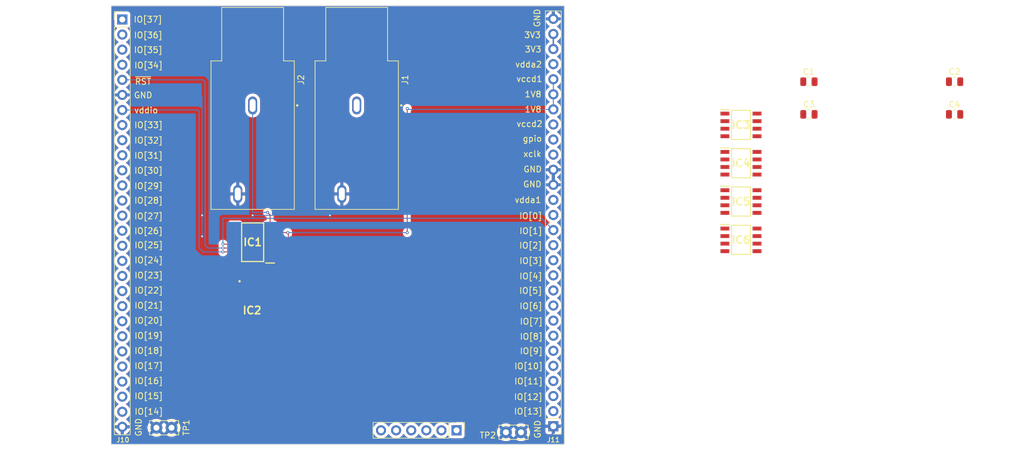
<source format=kicad_pcb>
(kicad_pcb (version 20240108) (generator "pcbnew") (generator_version "8.0")
  (layers (0 "F.Cu" signal) (31 "B.Cu" signal) (34 "B.Paste" user) (35 "F.Paste" user) (36 "B.SilkS" user "B.Silkscreen") (37 "F.SilkS" user "F.Silkscreen") (38 "B.Mask" user) (39 "F.Mask" user) (44 "Edge.Cuts" user))
  (net 0 "")
  (net 1 "GND")
  (net 2 "gpio")
  (net 3 "xclk")
  (net 4 "~{RST}")
  (net 5 "USB_SCK_TXD")
  (net 6 "USB_CS1")
  (net 7 "mprj_io[6]_ser_tx")
  (net 8 "mprj_io[5]_ser_rx")
  (net 9 "vdda2")
  (net 10 "vdda1")
  (net 11 "vccd2")
  (net 12 "mprj_io[13]")
  (net 13 "mprj_io[9]")
  (net 14 "mprj_io[8]")
  (net 15 "mprj_io[7]")
  (net 16 "mprj_io[33]")
  (net 17 "mprj_io[32]")
  (net 18 "mprj_io[31]")
  (net 19 "mprj_io[30]")
  (net 20 "mprj_io[28]")
  (net 21 "mprj_io[27]")
  (net 22 "mprj_io[26]")
  (net 23 "mprj_io[25]")
  (net 24 "mprj_io[24]")
  (net 25 "mprj_io[23]")
  (net 26 "mprj_io[22]")
  (net 27 "mprj_io[21]")
  (net 28 "mprj_io[29]")
  (net 29 "mprj_io[20]")
  (net 30 "mprj_io[19]")
  (net 31 "mprj_io[18]")
  (net 32 "mprj_io[17]")
  (net 33 "mprj_io[34]")
  (net 34 "mprj_io[35]")
  (net 35 "mprj_io[36]")
  (net 36 "mprj_io[37]")
  (net 37 "mprj_io[16]")
  (net 38 "mprj_io[15]")
  (net 39 "mprj_io[14]")
  (net 40 "mprj_io[12]")
  (net 41 "mprj_io[11]")
  (net 42 "mprj_io[10]")
  (net 43 "mprj_io[0]")
  (net 44 "vdda")
  (net 45 "+3.3V")
  (net 50 "vddio")
  (net 51 "~{MEM_WP}")
  (net 52 "~{MEM_HOLD}")
  (net 53 "Caravel_SCK")
  (net 54 "Caravel_D1")
  (net 55 "Caravel_D0")
  (net 56 "Caravel_CSB")
  (net 57 "vccd1")
  (net 58 "mprj_io[1]_SDO")
  (net 59 "mprj_io[2]_SDI")
  (net 60 "Net-(IC2-CH0)")
  (net 69 "Net-(IC1-VOUT6)")
  (footprint "TestPoint:TestPoint_Bridge_Pitch2.54mm_Drill1.0mm" (layer "F.Cu") (at 178.132807 133.020001 180)
    (property "Reference" "TP2" (at 5.588 -0.508 0) (layer "F.SilkS"))
    (property "Value" "TestPoint")
    (fp_line (start 3.7 1.2) (end 3.7 -1.2) (stroke (width 0.12)) (layer "F.SilkS"))
    (fp_line (start 3.7 -1.2) (end -1.2 -1.2) (stroke (width 0.12)) (layer "F.SilkS"))
    (fp_line (start -1.2 1.2) (end 3.7 1.2) (stroke (width 0.12)) (layer "F.SilkS"))
    (fp_line (start -1.2 -1.2) (end -1.2 1.2) (stroke (width 0.12)) (layer "F.SilkS"))
    (pad "1" thru_hole circle (at 0 0 180) (size 2 2) (drill 1) (layers "*.Cu" "*.Mask") (net 1 "GND"))
    (pad "1" thru_hole circle (at 2.54 0 180) (size 2 2) (drill 1) (layers "*.Cu" "*.Mask") (net 1 "GND"))
  )
  (footprint "SeniorDesign:SOIC127P600X175-8N" (layer "F.Cu") (at 215.125 94.175)
    (property "Reference" "IC5" (at 0 0 0) (layer "F.SilkS") (effects (font (size 1.27 1.27) (thickness 0.254))))
    (property "Value" "23K256T-I_SN" (hide yes))
    (fp_line (start -3.45 -2.58) (end -1.95 -2.58) (stroke (width 0.2)) (layer "F.SilkS"))
    (fp_line (start -1.6 -2.45) (end 1.6 -2.45) (stroke (width 0.2)) (layer "F.SilkS"))
    (fp_line (start -1.6 2.45) (end -1.6 -2.45) (stroke (width 0.2)) (layer "F.SilkS"))
    (fp_line (start 1.6 -2.45) (end 1.6 2.45) (stroke (width 0.2)) (layer "F.SilkS"))
    (fp_line (start 1.6 2.45) (end -1.6 2.45) (stroke (width 0.2)) (layer "F.SilkS"))
    (pad "1" smd rect (at -2.7 -1.905 90) (size 0.65 1.5) (layers "F.Cu" "F.Paste" "F.Mask") (net 56 "Caravel_CSB"))
    (pad "2" smd rect (at -2.7 -0.635 90) (size 0.65 1.5) (layers "F.Cu" "F.Paste" "F.Mask") (net 54 "Caravel_D1"))
    (pad "3" smd rect (at -2.7 0.635 90) (size 0.65 1.5) (layers "F.Cu" "F.Paste" "F.Mask"))
    (pad "4" smd rect (at -2.7 1.905 90) (size 0.65 1.5) (layers "F.Cu" "F.Paste" "F.Mask") (net 1 "GND"))
    (pad "5" smd rect (at 2.7 1.905 90) (size 0.65 1.5) (layers "F.Cu" "F.Paste" "F.Mask") (net 55 "Caravel_D0"))
    (pad "6" smd rect (at 2.7 0.635 90) (size 0.65 1.5) (layers "F.Cu" "F.Paste" "F.Mask") (net 53 "Caravel_SCK"))
    (pad "7" smd rect (at 2.7 -0.635 90) (size 0.65 1.5) (layers "F.Cu" "F.Paste" "F.Mask") (net 52 "~{MEM_HOLD}"))
    (pad "8" smd rect (at 2.7 -1.905 90) (size 0.65 1.5) (layers "F.Cu" "F.Paste" "F.Mask") (net 45 "+3.3V"))
  )
  (footprint "SeniorDesign:SOP65P640X120-20N" (layer "F.Cu") (at 133 101.0258 180)
    (property "Reference" "IC1" (at 0 0 180) (layer "F.SilkS") (effects (font (size 1.27 1.27) (thickness 0.254))))
    (property "Value" "AD5676BRUZ" (hide yes))
    (fp_line (start 1.85 3.25) (end -1.85 3.25) (stroke (width 0.2)) (layer "F.SilkS"))
    (fp_line (start 1.85 -3.25) (end 1.85 3.25) (stroke (width 0.2)) (layer "F.SilkS"))
    (fp_line (start -1.85 3.25) (end -1.85 -3.25) (stroke (width 0.2)) (layer "F.SilkS"))
    (fp_line (start -1.85 -3.25) (end 1.85 -3.25) (stroke (width 0.2)) (layer "F.SilkS"))
    (fp_line (start -3.675 -3.5) (end -2.2 -3.5) (stroke (width 0.2)) (layer "F.SilkS"))
    (pad "1" smd rect (at -2.938 -2.925 270) (size 0.45 1.475) (layers "F.Cu" "F.Paste" "F.Mask"))
    (pad "2" smd rect (at -2.938 -2.275 270) (size 0.45 1.475) (layers "F.Cu" "F.Paste" "F.Mask"))
    (pad "3" smd rect (at -2.938 -1.625 270) (size 0.45 1.475) (layers "F.Cu" "F.Paste" "F.Mask") (net 50 "vddio"))
    (pad "4" smd rect (at -2.938 -0.975 270) (size 0.45 1.475) (layers "F.Cu" "F.Paste" "F.Mask") (net 57 "vccd1"))
    (pad "5" smd rect (at -2.938 -0.325 270) (size 0.45 1.475) (layers "F.Cu" "F.Paste" "F.Mask") (net 1 "GND"))
    (pad "6" smd rect (at -2.938 0.325 270) (size 0.45 1.475) (layers "F.Cu" "F.Paste" "F.Mask") (net 53 "Caravel_SCK"))
    (pad "7" smd rect (at -2.938 0.975 270) (size 0.45 1.475) (layers "F.Cu" "F.Paste" "F.Mask") (net 59 "mprj_io[2]_SDI"))
    (pad "8" smd rect (at -2.938 1.625 270) (size 0.45 1.475) (layers "F.Cu" "F.Paste" "F.Mask") (net 57 "vccd1"))
    (pad "9" smd rect (at -2.938 2.275 270) (size 0.45 1.475) (layers "F.Cu" "F.Paste" "F.Mask"))
    (pad "10" smd rect (at -2.938 2.925 270) (size 0.45 1.475) (layers "F.Cu" "F.Paste" "F.Mask") (net 69 "Net-(IC1-VOUT6)"))
    (pad "11" smd rect (at 2.938 2.925 270) (size 0.45 1.475) (layers "F.Cu" "F.Paste" "F.Mask"))
    (pad "12" smd rect (at 2.938 2.275 270) (size 0.45 1.475) (layers "F.Cu" "F.Paste" "F.Mask"))
    (pad "13" smd rect (at 2.938 1.625 270) (size 0.45 1.475) (layers "F.Cu" "F.Paste" "F.Mask") (net 1 "GND"))
    (pad "14" smd rect (at 2.938 0.975 270) (size 0.45 1.475) (layers "F.Cu" "F.Paste" "F.Mask") (net 1 "GND"))
    (pad "15" smd rect (at 2.938 0.325 270) (size 0.45 1.475) (layers "F.Cu" "F.Paste" "F.Mask"))
    (pad "16" smd rect (at 2.938 -0.325 270) (size 0.45 1.475) (layers "F.Cu" "F.Paste" "F.Mask") (net 58 "mprj_io[1]_SDO"))
    (pad "17" smd rect (at 2.938 -0.975 270) (size 0.45 1.475) (layers "F.Cu" "F.Paste" "F.Mask") (net 4 "~{RST}"))
    (pad "18" smd rect (at 2.938 -1.625 270) (size 0.45 1.475) (layers "F.Cu" "F.Paste" "F.Mask") (net 50 "vddio"))
    (pad "19" smd rect (at 2.938 -2.275 270) (size 0.45 1.475) (layers "F.Cu" "F.Paste" "F.Mask"))
    (pad "20" smd rect (at 2.938 -2.925 270) (size 0.45 1.475) (layers "F.Cu" "F.Paste" "F.Mask"))
  )
  (footprint "SeniorDesign:SOIC127P600X175-8N" (layer "F.Cu") (at 215.125 100.625)
    (property "Reference" "IC6" (at 0 0 0) (layer "F.SilkS") (effects (font (size 1.27 1.27) (thickness 0.254))))
    (property "Value" "23K256T-I_SN" (hide yes))
    (fp_line (start -3.45 -2.58) (end -1.95 -2.58) (stroke (width 0.2)) (layer "F.SilkS"))
    (fp_line (start -1.6 -2.45) (end 1.6 -2.45) (stroke (width 0.2)) (layer "F.SilkS"))
    (fp_line (start -1.6 2.45) (end -1.6 -2.45) (stroke (width 0.2)) (layer "F.SilkS"))
    (fp_line (start 1.6 -2.45) (end 1.6 2.45) (stroke (width 0.2)) (layer "F.SilkS"))
    (fp_line (start 1.6 2.45) (end -1.6 2.45) (stroke (width 0.2)) (layer "F.SilkS"))
    (pad "1" smd rect (at -2.7 -1.905 90) (size 0.65 1.5) (layers "F.Cu" "F.Paste" "F.Mask") (net 56 "Caravel_CSB"))
    (pad "2" smd rect (at -2.7 -0.635 90) (size 0.65 1.5) (layers "F.Cu" "F.Paste" "F.Mask") (net 54 "Caravel_D1"))
    (pad "3" smd rect (at -2.7 0.635 90) (size 0.65 1.5) (layers "F.Cu" "F.Paste" "F.Mask"))
    (pad "4" smd rect (at -2.7 1.905 90) (size 0.65 1.5) (layers "F.Cu" "F.Paste" "F.Mask") (net 1 "GND"))
    (pad "5" smd rect (at 2.7 1.905 90) (size 0.65 1.5) (layers "F.Cu" "F.Paste" "F.Mask") (net 55 "Caravel_D0"))
    (pad "6" smd rect (at 2.7 0.635 90) (size 0.65 1.5) (layers "F.Cu" "F.Paste" "F.Mask") (net 53 "Caravel_SCK"))
    (pad "7" smd rect (at 2.7 -0.635 90) (size 0.65 1.5) (layers "F.Cu" "F.Paste" "F.Mask") (net 52 "~{MEM_HOLD}"))
    (pad "8" smd rect (at 2.7 -1.905 90) (size 0.65 1.5) (layers "F.Cu" "F.Paste" "F.Mask") (net 45 "+3.3V"))
  )
  (footprint "Connector_PinHeader_2.54mm:PinHeader_1x06_P2.54mm_Vertical" (layer "F.Cu") (at 167.287007 132.689801 -90)
    (property "Reference" "J7" (hide yes))
    (property "Value" "Conn_01x06_Female")
    (fp_line (start -1.33 14.03) (end 1.33 14.03) (stroke (width 0.12)) (layer "F.SilkS"))
    (fp_line (start -1.33 1.27) (end -1.33 14.03) (stroke (width 0.12)) (layer "F.SilkS"))
    (fp_line (start -1.33 1.27) (end 1.33 1.27) (stroke (width 0.12)) (layer "F.SilkS"))
    (fp_line (start 1.33 1.27) (end 1.33 14.03) (stroke (width 0.12)) (layer "F.SilkS"))
    (fp_line (start -1.33 0) (end -1.33 -1.33) (stroke (width 0.12)) (layer "F.SilkS"))
    (fp_line (start -1.33 -1.33) (end 0 -1.33) (stroke (width 0.12)) (layer "F.SilkS"))
    (pad "1" thru_hole rect (at 0 0 270) (size 1.7 1.7) (drill 1) (layers "*.Cu" "*.Mask") (net 56 "Caravel_CSB"))
    (pad "2" thru_hole oval (at 0 2.54 270) (size 1.7 1.7) (drill 1) (layers "*.Cu" "*.Mask") (net 54 "Caravel_D1"))
    (pad "3" thru_hole oval (at 0 5.08 270) (size 1.7 1.7) (drill 1) (layers "*.Cu" "*.Mask") (net 51 "~{MEM_WP}"))
    (pad "4" thru_hole oval (at 0 7.62 270) (size 1.7 1.7) (drill 1) (layers "*.Cu" "*.Mask") (net 52 "~{MEM_HOLD}"))
    (pad "5" thru_hole oval (at 0 10.16 270) (size 1.7 1.7) (drill 1) (layers "*.Cu" "*.Mask") (net 53 "Caravel_SCK"))
    (pad "6" thru_hole oval (at 0 12.7 270) (size 1.7 1.7) (drill 1) (layers "*.Cu" "*.Mask") (net 55 "Caravel_D0"))
  )
  (footprint "TestPoint:TestPoint_Bridge_Pitch2.54mm_Drill1.0mm" (layer "F.Cu") (at 119.357207 132.258001 180)
    (property "Reference" "TP1" (at -2.4892 0.0254 90) (layer "F.SilkS"))
    (property "Value" "TestPoint")
    (fp_line (start 3.7 1.2) (end 3.7 -1.2) (stroke (width 0.12)) (layer "F.SilkS"))
    (fp_line (start 3.7 -1.2) (end -1.2 -1.2) (stroke (width 0.12)) (layer "F.SilkS"))
    (fp_line (start -1.2 1.2) (end 3.7 1.2) (stroke (width 0.12)) (layer "F.SilkS"))
    (fp_line (start -1.2 -1.2) (end -1.2 1.2) (stroke (width 0.12)) (layer "F.SilkS"))
    (pad "1" thru_hole circle (at 0 0 180) (size 2 2) (drill 1) (layers "*.Cu" "*.Mask") (net 1 "GND"))
    (pad "1" thru_hole circle (at 2.54 0 180) (size 2 2) (drill 1) (layers "*.Cu" "*.Mask") (net 1 "GND"))
  )
  (footprint "SeniorDesign:SOIC127P600X175-8N" (layer "F.Cu") (at 215.125 81.275)
    (property "Reference" "IC3" (at 0 0 0) (layer "F.SilkS") (effects (font (size 1.27 1.27) (thickness 0.254))))
    (property "Value" "23K256T-I_SN" (hide yes))
    (fp_line (start -3.45 -2.58) (end -1.95 -2.58) (stroke (width 0.2)) (layer "F.SilkS"))
    (fp_line (start -1.6 -2.45) (end 1.6 -2.45) (stroke (width 0.2)) (layer "F.SilkS"))
    (fp_line (start -1.6 2.45) (end -1.6 -2.45) (stroke (width 0.2)) (layer "F.SilkS"))
    (fp_line (start 1.6 -2.45) (end 1.6 2.45) (stroke (width 0.2)) (layer "F.SilkS"))
    (fp_line (start 1.6 2.45) (end -1.6 2.45) (stroke (width 0.2)) (layer "F.SilkS"))
    (pad "1" smd rect (at -2.7 -1.905 90) (size 0.65 1.5) (layers "F.Cu" "F.Paste" "F.Mask") (net 56 "Caravel_CSB"))
    (pad "2" smd rect (at -2.7 -0.635 90) (size 0.65 1.5) (layers "F.Cu" "F.Paste" "F.Mask") (net 54 "Caravel_D1"))
    (pad "3" smd rect (at -2.7 0.635 90) (size 0.65 1.5) (layers "F.Cu" "F.Paste" "F.Mask"))
    (pad "4" smd rect (at -2.7 1.905 90) (size 0.65 1.5) (layers "F.Cu" "F.Paste" "F.Mask") (net 1 "GND"))
    (pad "5" smd rect (at 2.7 1.905 90) (size 0.65 1.5) (layers "F.Cu" "F.Paste" "F.Mask") (net 55 "Caravel_D0"))
    (pad "6" smd rect (at 2.7 0.635 90) (size 0.65 1.5) (layers "F.Cu" "F.Paste" "F.Mask") (net 53 "Caravel_SCK"))
    (pad "7" smd rect (at 2.7 -0.635 90) (size 0.65 1.5) (layers "F.Cu" "F.Paste" "F.Mask") (net 52 "~{MEM_HOLD}"))
    (pad "8" smd rect (at 2.7 -1.905 90) (size 0.65 1.5) (layers "F.Cu" "F.Paste" "F.Mask") (net 45 "+3.3V"))
  )
  (footprint "Connector_PinHeader_2.54mm:PinHeader_1x28_P2.54mm_Vertical" (layer "F.Cu") (at 183.568407 132.004001 180)
    (property "Reference" "J11" (at 0 -2.286 180) (layer "F.SilkS") (effects (font (size 0.8 0.8))))
    (property "Value" "Conn_01x20_Female")
    (fp_line (start 1.33 1.27) (end 1.33 69.91) (stroke (width 0.12)) (layer "F.SilkS"))
    (fp_line (start -1.33 69.91) (end 1.33 69.91) (stroke (width 0.12)) (layer "F.SilkS"))
    (fp_line (start -1.33 1.27) (end 1.33 1.27) (stroke (width 0.12)) (layer "F.SilkS"))
    (fp_line (start -1.33 1.27) (end -1.33 69.91) (stroke (width 0.12)) (layer "F.SilkS"))
    (fp_line (start -1.33 0) (end -1.33 -1.33) (stroke (width 0.12)) (layer "F.SilkS"))
    (fp_line (start -1.33 -1.33) (end 0 -1.33) (stroke (width 0.12)) (layer "F.SilkS"))
    (pad "1" thru_hole rect (at 0 0 180) (size 1.7 1.7) (drill 1) (layers "*.Cu" "*.Mask") (net 1 "GND"))
    (pad "2" thru_hole oval (at 0 2.54 180) (size 1.7 1.7) (drill 1) (layers "*.Cu" "*.Mask") (net 12 "mprj_io[13]"))
    (pad "3" thru_hole oval (at 0 5.08 180) (size 1.7 1.7) (drill 1) (layers "*.Cu" "*.Mask") (net 40 "mprj_io[12]"))
    (pad "4" thru_hole oval (at 0 7.62 180) (size 1.7 1.7) (drill 1) (layers "*.Cu" "*.Mask") (net 41 "mprj_io[11]"))
    (pad "5" thru_hole oval (at 0 10.16 180) (size 1.7 1.7) (drill 1) (layers "*.Cu" "*.Mask") (net 42 "mprj_io[10]"))
    (pad "6" thru_hole oval (at 0 12.7 180) (size 1.7 1.7) (drill 1) (layers "*.Cu" "*.Mask") (net 13 "mprj_io[9]"))
    (pad "7" thru_hole oval (at 0 15.24 180) (size 1.7 1.7) (drill 1) (layers "*.Cu" "*.Mask") (net 14 "mprj_io[8]"))
    (pad "8" thru_hole oval (at 0 17.78 180) (size 1.7 1.7) (drill 1) (layers "*.Cu" "*.Mask") (net 15 "mprj_io[7]"))
    (pad "9" thru_hole oval (at 0 20.32 180) (size 1.7 1.7) (drill 1) (layers "*.Cu" "*.Mask") (net 7 "mprj_io[6]_ser_tx"))
    (pad "10" thru_hole oval (at 0 22.86 180) (size 1.7 1.7) (drill 1) (layers "*.Cu" "*.Mask") (net 8 "mprj_io[5]_ser_rx"))
    (pad "11" thru_hole oval (at 0 25.4 180) (size 1.7 1.7) (drill 1) (layers "*.Cu" "*.Mask") (net 5 "USB_SCK_TXD"))
    (pad "12" thru_hole oval (at 0 27.94 180) (size 1.7 1.7) (drill 1) (layers "*.Cu" "*.Mask") (net 6 "USB_CS1"))
    (pad "13" thru_hole oval (at 0 30.48 180) (size 1.7 1.7) (drill 1) (layers "*.Cu" "*.Mask") (net 59 "mprj_io[2]_SDI"))
    (pad "14" thru_hole oval (at 0 33.02 180) (size 1.7 1.7) (drill 1) (layers "*.Cu" "*.Mask") (net 58 "mprj_io[1]_SDO"))
    (pad "15" thru_hole oval (at 0 35.56 180) (size 1.7 1.7) (drill 1) (layers "*.Cu" "*.Mask") (net 43 "mprj_io[0]"))
    (pad "16" thru_hole oval (at 0 38.1 180) (size 1.7 1.7) (drill 1) (layers "*.Cu" "*.Mask") (net 10 "vdda1"))
    (pad "17" thru_hole oval (at 0 40.64 180) (size 1.7 1.7) (drill 1) (layers "*.Cu" "*.Mask") (net 1 "GND"))
    (pad "18" thru_hole oval (at 0 43.18 180) (size 1.7 1.7) (drill 1) (layers "*.Cu" "*.Mask") (net 1 "GND"))
    (pad "19" thru_hole oval (at 0 45.72 180) (size 1.7 1.7) (drill 1) (layers "*.Cu" "*.Mask") (net 3 "xclk"))
    (pad "20" thru_hole oval (at 0 48.26 180) (size 1.7 1.7) (drill 1) (layers "*.Cu" "*.Mask") (net 2 "gpio"))
    (pad "21" thru_hole oval (at 0 50.8 180) (size 1.7 1.7) (drill 1) (layers "*.Cu" "*.Mask") (net 11 "vccd2"))
    (pad "22" thru_hole oval (at 0 53.34 180) (size 1.7 1.7) (drill 1) (layers "*.Cu" "*.Mask") (net 57 "vccd1"))
    (pad "23" thru_hole oval (at 0 55.88 180) (size 1.7 1.7) (drill 1) (layers "*.Cu" "*.Mask") (net 57 "vccd1"))
    (pad "24" thru_hole oval (at 0 58.42 180) (size 1.7 1.7) (drill 1) (layers "*.Cu" "*.Mask") (net 57 "vccd1"))
    (pad "25" thru_hole oval (at 0 60.96 180) (size 1.7 1.7) (drill 1) (layers "*.Cu" "*.Mask") (net 9 "vdda2"))
    (pad "26" thru_hole oval (at 0 63.5 180) (size 1.7 1.7) (drill 1) (layers "*.Cu" "*.Mask") (net 44 "vdda"))
    (pad "27" thru_hole oval (at 0 66.04 180) (size 1.7 1.7) (drill 1) (layers "*.Cu" "*.Mask") (net 44 "vdda"))
    (pad "28" thru_hole oval (at 0 68.58 180) (size 1.7 1.7) (drill 1) (layers "*.Cu" "*.Mask") (net 1 "GND"))
  )
  (footprint "Connector_PinHeader_2.54mm:PinHeader_1x28_P2.54mm_Vertical" (layer "F.Cu") (at 111.076807 63.525601)
    (property "Reference" "J10" (at 0.096 70.7784 0) (layer "F.SilkS") (effects (font (size 0.8 0.8))))
    (property "Value" "Conn_01x27_Female")
    (fp_line (start -1.33 -1.33) (end 0 -1.33) (stroke (width 0.12)) (layer "F.SilkS"))
    (fp_line (start -1.33 0) (end -1.33 -1.33) (stroke (width 0.12)) (layer "F.SilkS"))
    (fp_line (start -1.33 1.27) (end -1.33 69.91) (stroke (width 0.12)) (layer "F.SilkS"))
    (fp_line (start -1.33 1.27) (end 1.33 1.27) (stroke (width 0.12)) (layer "F.SilkS"))
    (fp_line (start -1.33 69.91) (end 1.33 69.91) (stroke (width 0.12)) (layer "F.SilkS"))
    (fp_line (start 1.33 1.27) (end 1.33 69.91) (stroke (width 0.12)) (layer "F.SilkS"))
    (pad "1" thru_hole rect (at 0 0) (size 1.7 1.7) (drill 1) (layers "*.Cu" "*.Mask") (net 36 "mprj_io[37]"))
    (pad "2" thru_hole oval (at 0 2.54) (size 1.7 1.7) (drill 1) (layers "*.Cu" "*.Mask") (net 35 "mprj_io[36]"))
    (pad "3" thru_hole oval (at 0 5.08) (size 1.7 1.7) (drill 1) (layers "*.Cu" "*.Mask") (net 34 "mprj_io[35]"))
    (pad "4" thru_hole oval (at 0 7.62) (size 1.7 1.7) (drill 1) (layers "*.Cu" "*.Mask") (net 33 "mprj_io[34]"))
    (pad "5" thru_hole oval (at 0 10.16) (size 1.7 1.7) (drill 1) (layers "*.Cu" "*.Mask") (net 4 "~{RST}"))
    (pad "6" thru_hole oval (at 0 12.7) (size 1.7 1.7) (drill 1) (layers "*.Cu" "*.Mask") (net 1 "GND"))
    (pad "7" thru_hole oval (at 0 15.24) (size 1.7 1.7) (drill 1) (layers "*.Cu" "*.Mask") (net 50 "vddio"))
    (pad "8" thru_hole oval (at 0 17.78) (size 1.7 1.7) (drill 1) (layers "*.Cu" "*.Mask") (net 16 "mprj_io[33]"))
    (pad "9" thru_hole oval (at 0 20.32) (size 1.7 1.7) (drill 1) (layers "*.Cu" "*.Mask") (net 17 "mprj_io[32]"))
    (pad "10" thru_hole oval (at 0 22.86) (size 1.7 1.7) (drill 1) (layers "*.Cu" "*.Mask") (net 18 "mprj_io[31]"))
    (pad "11" thru_hole oval (at 0 25.4) (size 1.7 1.7) (drill 1) (layers "*.Cu" "*.Mask") (net 19 "mprj_io[30]"))
    (pad "12" thru_hole oval (at 0 27.94) (size 1.7 1.7) (drill 1) (layers "*.Cu" "*.Mask") (net 28 "mprj_io[29]"))
    (pad "13" thru_hole oval (at 0 30.48) (size 1.7 1.7) (drill 1) (layers "*.Cu" "*.Mask") (net 20 "mprj_io[28]"))
    (pad "14" thru_hole oval (at 0 33.02) (size 1.7 1.7) (drill 1) (layers "*.Cu" "*.Mask") (net 21 "mprj_io[27]"))
    (pad "15" thru_hole oval (at 0 35.56) (size 1.7 1.7) (drill 1) (layers "*.Cu" "*.Mask") (net 22 "mprj_io[26]"))
    (pad "16" thru_hole oval (at 0 38.1) (size 1.7 1.7) (drill 1) (layers "*.Cu" "*.Mask") (net 23 "mprj_io[25]"))
    (pad "17" thru_hole oval (at 0 40.64) (size 1.7 1.7) (drill 1) (layers "*.Cu" "*.Mask") (net 24 "mprj_io[24]"))
    (pad "18" thru_hole oval (at 0 43.18) (size 1.7 1.7) (drill 1) (layers "*.Cu" "*.Mask") (net 25 "mprj_io[23]"))
    (pad "19" thru_hole oval (at 0 45.72) (size 1.7 1.7) (drill 1) (layers "*.Cu" "*.Mask") (net 26 "mprj_io[22]"))
    (pad "20" thru_hole oval (at 0 48.26) (size 1.7 1.7) (drill 1) (layers "*.Cu" "*.Mask") (net 27 "mprj_io[21]"))
    (pad "21" thru_hole oval (at 0 50.8) (size 1.7 1.7) (drill 1) (layers "*.Cu" "*.Mask") (net 29 "mprj_io[20]"))
    (pad "22" thru_hole oval (at 0 53.34) (size 1.7 1.7) (drill 1) (layers "*.Cu" "*.Mask") (net 30 "mprj_io[19]"))
    (pad "23" thru_hole oval (at 0 55.88) (size 1.7 1.7) (drill 1) (layers "*.Cu" "*.Mask") (net 31 "mprj_io[18]"))
    (pad "24" thru_hole oval (at 0 58.42) (size 1.7 1.7) (drill 1) (layers "*.Cu" "*.Mask") (net 32 "mprj_io[17]"))
    (pad "25" thru_hole oval (at 0 60.96) (size 1.7 1.7) (drill 1) (layers "*.Cu" "*.Mask") (net 37 "mprj_io[16]"))
    (pad "26" thru_hole oval (at 0 63.5) (size 1.7 1.7) (drill 1) (layers "*.Cu" "*.Mask") (net 38 "mprj_io[15]"))
    (pad "27" thru_hole oval (at 0 66.04) (size 1.7 1.7) (drill 1) (layers "*.Cu" "*.Mask") (net 39 "mprj_io[14]"))
    (pad "28" thru_hole oval (at 0 68.58) (size 1.7 1.7) (drill 1) (layers "*.Cu" "*.Mask") (net 1 "GND"))
  )
  (footprint "Capacitor_SMD:C_0805_2012Metric" (layer "F.Cu") (at 251.05 74)
    (property "Reference" "C2" (at 0 -1.68 0) (layer "F.SilkS"))
    (property "Value" "0.1uf - CC0805KRX7R9BB104")
    (fp_line (start -0.261252 -0.735) (end 0.261252 -0.735) (stroke (width 0.12)) (layer "F.SilkS"))
    (fp_line (start -0.261252 0.735) (end 0.261252 0.735) (stroke (width 0.12)) (layer "F.SilkS"))
    (pad "1" smd roundrect (at -0.95 0) (size 1 1.45) (layers "F.Cu" "F.Paste" "F.Mask") (net 45 "+3.3V"))
    (pad "2" smd roundrect (at 0.95 0) (size 1 1.45) (layers "F.Cu" "F.Paste" "F.Mask") (net 1 "GND"))
  )
  (footprint "Capacitor_SMD:C_0805_2012Metric" (layer "F.Cu") (at 251.05 79.5)
    (property "Reference" "C4" (at 0 -1.68 0) (layer "F.SilkS"))
    (property "Value" "0.1uf - CC0805KRX7R9BB104")
    (fp_line (start -0.261252 -0.735) (end 0.261252 -0.735) (stroke (width 0.12)) (layer "F.SilkS"))
    (fp_line (start -0.261252 0.735) (end 0.261252 0.735) (stroke (width 0.12)) (layer "F.SilkS"))
    (pad "1" smd roundrect (at -0.95 0) (size 1 1.45) (layers "F.Cu" "F.Paste" "F.Mask") (net 45 "+3.3V"))
    (pad "2" smd roundrect (at 0.95 0) (size 1 1.45) (layers "F.Cu" "F.Paste" "F.Mask") (net 1 "GND"))
  )
  (footprint "SeniorDesign:CUI_SJ-63062A" (layer "F.Cu") (at 133 78 -90)
    (property "Reference" "J2" (at -4.325 -8.135 -90) (layer "F.SilkS"))
    (property "Value" "SJ-63062A")
    (fp_line (start -7.5 7) (end -7.5 5.2) (stroke (width 0.127)) (layer "F.SilkS"))
    (fp_line (start 17.5 7) (end -7.5 7) (stroke (width 0.127)) (layer "F.SilkS"))
    (fp_line (start -16.5 5.2) (end -7.5 5.2) (stroke (width 0.127)) (layer "F.SilkS"))
    (fp_line (start -16.5 -5.2) (end -16.5 5.2) (stroke (width 0.127)) (layer "F.SilkS"))
    (fp_line (start -16.5 -5.2) (end -7.5 -5.2) (stroke (width 0.127)) (layer "F.SilkS"))
    (fp_line (start -7.5 -5.2) (end -7.5 -7) (stroke (width 0.127)) (layer "F.SilkS"))
    (fp_line (start -7.5 -7) (end 17.5 -7) (stroke (width 0.127)) (layer "F.SilkS"))
    (fp_line (start 17.5 -7) (end 17.5 7) (stroke (width 0.127)) (layer "F.SilkS"))
    (fp_circle (center 0 -7.5) (end 0.1 -7.5) (stroke (width 0.2)) (fill none) (layer "F.SilkS"))
    (pad "1" thru_hole oval (at 0 0 270) (size 3.016 1.508) (drill oval 2.2 1) (layers "*.Cu" "*.Mask") (net 69 "Net-(IC1-VOUT6)"))
    (pad "2" thru_hole oval (at 14.9 2.5 270) (size 3.016 1.508) (drill oval 2.2 1) (layers "*.Cu" "*.Mask") (net 1 "GND"))
  )
  (footprint "Capacitor_SMD:C_0805_2012Metric" (layer "F.Cu") (at 226.55 79.5)
    (property "Reference" "C3" (at 0 -1.68 0) (layer "F.SilkS"))
    (property "Value" "0.1uf - CC0805KRX7R9BB104")
    (fp_line (start -0.261252 -0.735) (end 0.261252 -0.735) (stroke (width 0.12)) (layer "F.SilkS"))
    (fp_line (start -0.261252 0.735) (end 0.261252 0.735) (stroke (width 0.12)) (layer "F.SilkS"))
    (pad "1" smd roundrect (at -0.95 0) (size 1 1.45) (layers "F.Cu" "F.Paste" "F.Mask") (net 45 "+3.3V"))
    (pad "2" smd roundrect (at 0.95 0) (size 1 1.45) (layers "F.Cu" "F.Paste" "F.Mask") (net 1 "GND"))
  )
  (footprint "SeniorDesign:SOIC127P600X175-8N" (layer "F.Cu") (at 215.125 87.725)
    (property "Reference" "IC4" (at 0 0 0) (layer "F.SilkS") (effects (font (size 1.27 1.27) (thickness 0.254))))
    (property "Value" "23K256T-I_SN" (hide yes))
    (fp_line (start -3.45 -2.58) (end -1.95 -2.58) (stroke (width 0.2)) (layer "F.SilkS"))
    (fp_line (start -1.6 -2.45) (end 1.6 -2.45) (stroke (width 0.2)) (layer "F.SilkS"))
    (fp_line (start -1.6 2.45) (end -1.6 -2.45) (stroke (width 0.2)) (layer "F.SilkS"))
    (fp_line (start 1.6 -2.45) (end 1.6 2.45) (stroke (width 0.2)) (layer "F.SilkS"))
    (fp_line (start 1.6 2.45) (end -1.6 2.45) (stroke (width 0.2)) (layer "F.SilkS"))
    (pad "1" smd rect (at -2.7 -1.905 90) (size 0.65 1.5) (layers "F.Cu" "F.Paste" "F.Mask") (net 56 "Caravel_CSB"))
    (pad "2" smd rect (at -2.7 -0.635 90) (size 0.65 1.5) (layers "F.Cu" "F.Paste" "F.Mask") (net 54 "Caravel_D1"))
    (pad "3" smd rect (at -2.7 0.635 90) (size 0.65 1.5) (layers "F.Cu" "F.Paste" "F.Mask"))
    (pad "4" smd rect (at -2.7 1.905 90) (size 0.65 1.5) (layers "F.Cu" "F.Paste" "F.Mask") (net 1 "GND"))
    (pad "5" smd rect (at 2.7 1.905 90) (size 0.65 1.5) (layers "F.Cu" "F.Paste" "F.Mask") (net 55 "Caravel_D0"))
    (pad "6" smd rect (at 2.7 0.635 90) (size 0.65 1.5) (layers "F.Cu" "F.Paste" "F.Mask") (net 53 "Caravel_SCK"))
    (pad "7" smd rect (at 2.7 -0.635 90) (size 0.65 1.5) (layers "F.Cu" "F.Paste" "F.Mask") (net 52 "~{MEM_HOLD}"))
    (pad "8" smd rect (at 2.7 -1.905 90) (size 0.65 1.5) (layers "F.Cu" "F.Paste" "F.Mask") (net 45 "+3.3V"))
  )
  (footprint "SeniorDesign:QFN40P300X300X60-21N-D" (layer "F.Cu") (at 132.7 109)
    (property "Reference" "IC2" (at 0.2 3.5 0) (layer "F.SilkS") (effects (font (size 1.27 1.27) (thickness 0.254))))
    (property "Value" "MCP3464T-E_NC" (hide yes))
    (fp_circle (center -1.9 -1.4) (end -1.9 -1.3) (stroke (width 0.2)) (fill none) (layer "F.SilkS"))
    (pad "1" smd rect (at -1.5 -0.8 90) (size 0.2 0.8) (layers "F.Cu" "F.Paste" "F.Mask") (net 1 "GND"))
    (pad "2" smd rect (at -1.5 -0.4 90) (size 0.2 0.8) (layers "F.Cu" "F.Paste" "F.Mask") (net 50 "vddio"))
    (pad "3" smd rect (at -1.5 0 90) (size 0.2 0.8) (layers "F.Cu" "F.Paste" "F.Mask") (net 60 "Net-(IC2-CH0)"))
    (pad "4" smd rect (at -1.5 0.4 90) (size 0.2 0.8) (layers "F.Cu" "F.Paste" "F.Mask") (net 27 "mprj_io[21]"))
    (pad "5" smd rect (at -1.5 0.8 90) (size 0.2 0.8) (layers "F.Cu" "F.Paste" "F.Mask") (net 29 "mprj_io[20]"))
    (pad "6" smd rect (at -0.8 1.5) (size 0.2 0.8) (layers "F.Cu" "F.Paste" "F.Mask"))
    (pad "7" smd rect (at -0.4 1.5) (size 0.2 0.8) (layers "F.Cu" "F.Paste" "F.Mask"))
    (pad "8" smd rect (at 0 1.5) (size 0.2 0.8) (layers "F.Cu" "F.Paste" "F.Mask"))
    (pad "9" smd rect (at 0.4 1.5) (size 0.2 0.8) (layers "F.Cu" "F.Paste" "F.Mask"))
    (pad "10" smd rect (at 0.8 1.5) (size 0.2 0.8) (layers "F.Cu" "F.Paste" "F.Mask"))
    (pad "11" smd rect (at 1.5 0.8 90) (size 0.2 0.8) (layers "F.Cu" "F.Paste" "F.Mask") (net 56 "Caravel_CSB"))
    (pad "12" smd rect (at 1.5 0.4 90) (size 0.2 0.8) (layers "F.Cu" "F.Paste" "F.Mask") (net 53 "Caravel_SCK"))
    (pad "13" smd rect (at 1.5 0 90) (size 0.2 0.8) (layers "F.Cu" "F.Paste" "F.Mask") (net 59 "mprj_io[2]_SDI"))
    (pad "14" smd rect (at 1.5 -0.4 90) (size 0.2 0.8) (layers "F.Cu" "F.Paste" "F.Mask") (net 58 "mprj_io[1]_SDO"))
    (pad "15" smd rect (at 1.5 -0.8 90) (size 0.2 0.8) (layers "F.Cu" "F.Paste" "F.Mask") (net 1 "GND"))
    (pad "16" smd rect (at 0.8 -1.5) (size 0.2 0.8) (layers "F.Cu" "F.Paste" "F.Mask") (net 39 "mprj_io[14]"))
    (pad "17" smd rect (at 0.4 -1.5) (size 0.2 0.8) (layers "F.Cu" "F.Paste" "F.Mask") (net 1 "GND"))
    (pad "18" smd rect (at 0 -1.5) (size 0.2 0.8) (layers "F.Cu" "F.Paste" "F.Mask") (net 57 "vccd1"))
    (pad "19" smd rect (at -0.4 -1.5) (size 0.2 0.8) (layers "F.Cu" "F.Paste" "F.Mask") (net 50 "vddio"))
    (pad "20" smd rect (at -0.8 -1.5) (size 0.2 0.8) (layers "F.Cu" "F.Paste" "F.Mask") (net 1 "GND"))
    (pad "21" smd rect (at 0 0) (size 1.8 1.8) (layers "F.Cu" "F.Paste" "F.Mask") (net 1 "GND"))
  )
  (footprint "Capacitor_SMD:C_0805_2012Metric" (layer "F.Cu") (at 226.55 74)
    (property "Reference" "C1" (at 0 -1.68 0) (layer "F.SilkS"))
    (property "Value" "0.1uf - CC0805KRX7R9BB104")
    (fp_line (start -0.261252 -0.735) (end 0.261252 -0.735) (stroke (width 0.12)) (layer "F.SilkS"))
    (fp_line (start -0.261252 0.735) (end 0.261252 0.735) (stroke (width 0.12)) (layer "F.SilkS"))
    (pad "1" smd roundrect (at -0.95 0) (size 1 1.45) (layers "F.Cu" "F.Paste" "F.Mask") (net 45 "+3.3V"))
    (pad "2" smd roundrect (at 0.95 0) (size 1 1.45) (layers "F.Cu" "F.Paste" "F.Mask") (net 1 "GND"))
  )
  (footprint "SeniorDesign:CUI_SJ-63062A" (layer "F.Cu") (at 150.5 78 -90)
    (property "Reference" "J1" (at -4.325 -8.135 -90) (layer "F.SilkS"))
    (property "Value" "SJ-63062A")
    (fp_line (start -7.5 7) (end -7.5 5.2) (stroke (width 0.127)) (layer "F.SilkS"))
    (fp_line (start 17.5 7) (end -7.5 7) (stroke (width 0.127)) (layer "F.SilkS"))
    (fp_line (start -16.5 5.2) (end -7.5 5.2) (stroke (width 0.127)) (layer "F.SilkS"))
    (fp_line (start -16.5 -5.2) (end -16.5 5.2) (stroke (width 0.127)) (layer "F.SilkS"))
    (fp_line (start -16.5 -5.2) (end -7.5 -5.2) (stroke (width 0.127)) (layer "F.SilkS"))
    (fp_line (start -7.5 -5.2) (end -7.5 -7) (stroke (width 0.127)) (layer "F.SilkS"))
    (fp_line (start -7.5 -7) (end 17.5 -7) (stroke (width 0.127)) (layer "F.SilkS"))
    (fp_line (start 17.5 -7) (end 17.5 7) (stroke (width 0.127)) (layer "F.SilkS"))
    (fp_circle (center 0 -7.5) (end 0.1 -7.5) (stroke (width 0.2)) (fill none) (layer "F.SilkS"))
    (pad "1" thru_hole oval (at 0 0 270) (size 3.016 1.508) (drill oval 2.2 1) (layers "*.Cu" "*.Mask") (net 60 "Net-(IC2-CH0)"))
    (pad "2" thru_hole oval (at 14.9 2.5 270) (size 3.016 1.508) (drill oval 2.2 1) (layers "*.Cu" "*.Mask") (net 1 "GND"))
  )
  (gr_rect (start 109.222807 61.220001) (end 185.422807 135.052001) (stroke (width 0.1)) (fill none) (layer "Edge.Cuts"))
  (gr_text "vccd1" (at 179.529807 73.533201 0) (layer "F.SilkS") (effects (font (size 1 1))))
  (gr_text "IO[30]" (at 115.496407 88.976401 0) (layer "F.SilkS") (effects (font (size 1 1))))
  (gr_text "IO[14]" (at 115.547207 129.540201 0) (layer "F.SilkS") (effects (font (size 1 1))))
  (gr_text "IO[6]" (at 179.809207 111.785601 0) (layer "F.SilkS") (effects (font (size 1 1))))
  (gr_text "1V8" (at 180.164807 78.664001 0) (layer "F.SilkS") (effects (font (size 1 1))))
  (gr_text "3V3" (at 180.063207 66.141801 0) (layer "F.SilkS") (effects (font (size 1 1))))
  (gr_text "IO[9]" (at 179.860007 119.354801 0) (layer "F.SilkS") (effects (font (size 1 1))))
  (gr_text "1V8" (at 180.164807 76.124001 0) (layer "F.SilkS") (effects (font (size 1 1))))
  (gr_text "vdda1" (at 179.301207 93.904001 0) (layer "F.SilkS") (effects (font (size 1 1))))
  (gr_text "~{RST}" (at 114.582007 73.990401 0) (layer "F.SilkS") (effects (font (size 1 1))))
  (gr_text "IO[0]" (at 179.758407 96.596401 0) (layer "F.SilkS") (effects (font (size 1 1))))
  (gr_text "IO[17]" (at 115.521807 121.844001 0) (layer "F.SilkS") (effects (font (size 1 1))))
  (gr_text "IO[24]" (at 115.521807 104.064001 0) (layer "F.SilkS") (effects (font (size 1 1))))
  (gr_text "GND" (at 113.820007 132.181801 90) (layer "F.SilkS") (effects (font (size 1 1))))
  (gr_text "IO[12]" (at 179.352007 127.076401 0) (layer "F.SilkS") (effects (font (size 1 1))))
  (gr_text "IO[4]" (at 179.783807 106.756401 0) (layer "F.SilkS") (effects (font (size 1 1))))
  (gr_text "GND" (at 180.037807 91.262401 0) (layer "F.SilkS") (effects (font (size 1 1))))
  (gr_text "IO[10]" (at 179.402807 121.894801 0) (layer "F.SilkS") (effects (font (size 1 1))))
  (gr_text "IO[28]" (at 115.496407 94.005601 0) (layer "F.SilkS") (effects (font (size 1 1))))
  (gr_text "IO[25]" (at 115.521807 101.524001 0) (layer "F.SilkS") (effects (font (size 1 1))))
  (gr_text "IO[18]" (at 115.521807 119.304001 0) (layer "F.SilkS") (effects (font (size 1 1))))
  (gr_text "IO[33]" (at 115.496407 81.305601 0) (layer "F.SilkS") (effects (font (size 1 1))))
  (gr_text "vddio" (at 115.090007 78.816401 0) (layer "F.SilkS") (effects (font (size 1 1))))
  (gr_text "IO[26]" (at 115.496407 99.136401 0) (layer "F.SilkS") (effects (font (size 1 1))))
  (gr_text "IO[32]" (at 115.496407 83.896401 0) (layer "F.SilkS") (effects (font (size 1 1))))
  (gr_text "IO[7]" (at 179.860007 114.376401 0) (layer "F.SilkS") (effects (font (size 1 1))))
  (gr_text "IO[23]" (at 115.521807 106.604001 0) (layer "F.SilkS") (effects (font (size 1 1))))
  (gr_text "IO[8]" (at 179.860007 116.916401 0) (layer "F.SilkS") (effects (font (size 1 1))))
  (gr_text "3V3" (at 180.164807 68.554801 0) (layer "F.SilkS") (effects (font (size 1 1))))
  (gr_text "IO[22]" (at 115.521807 109.144001 0) (layer "F.SilkS") (effects (font (size 1 1))))
  (gr_text "vccd2" (at 179.555207 81.102401 0) (layer "F.SilkS") (effects (font (size 1 1))))
  (gr_text "IO[15]" (at 115.521807 126.924001 0) (layer "F.SilkS") (effects (font (size 1 1))))
  (gr_text "xclk" (at 180.037807 86.157001 0) (layer "F.SilkS") (effects (font (size 1 1))))
  (gr_text "IO[13]" (at 179.352007 129.514801 0) (layer "F.SilkS") (effects (font (size 1 1))))
  (gr_text "GND" (at 180.088607 88.747801 0) (layer "F.SilkS") (effects (font (size 1 1))))
  (gr_text "IO[19]" (at 115.521807 116.764001 0) (layer "F.SilkS") (effects (font (size 1 1))))
  (gr_text "IO[11]" (at 179.402807 124.434801 0) (layer "F.SilkS") (effects (font (size 1 1))))
  (gr_text "IO[3]" (at 179.783807 104.165601 0) (layer "F.SilkS") (effects (font (size 1 1))))
  (gr_text "IO[21]" (at 115.521807 111.684001 0) (layer "F.SilkS") (effects (font (size 1 1))))
  (gr_text "GND" (at 180.850607 63.271601 90) (layer "F.SilkS") (effects (font (size 1 1))))
  (gr_text "IO[31]" (at 115.496407 86.436401 0) (layer "F.SilkS") (effects (font (size 1 1))))
  (gr_text "IO[20]" (at 115.521807 114.224001 0) (layer "F.SilkS") (effects (font (size 1 1))))
  (gr_text "IO[2]" (at 179.758407 101.574801 0) (layer "F.SilkS") (effects (font (size 1 1))))
  (gr_text "IO[1]" (at 179.783807 99.136401 0) (layer "F.SilkS") (effects (font (size 1 1))))
  (gr_text "IO[35]" (at 115.445607 68.656401 0) (layer "F.SilkS") (effects (font (size 1 1))))
  (gr_text "gpio" (at 180.037807 83.591601 0) (layer "F.SilkS") (effects (font (size 1 1))))
  (gr_text "IO[27]" (at 115.496407 96.647201 0) (layer "F.SilkS") (effects (font (size 1 1))))
  (gr_text "GND" (at 114.582007 76.276401 0) (layer "F.SilkS") (effects (font (size 1 1))))
  (gr_text "IO[5]" (at 179.758407 109.194801 0) (layer "F.SilkS") (effects (font (size 1 1))))
  (gr_text "IO[34]" (at 115.496407 71.247201 0) (layer "F.SilkS") (effects (font (size 1 1))))
  (gr_text "vdda2" (at 179.402807 71.094801 0) (layer "F.SilkS") (effects (font (size 1 1))))
  (gr_text "GND" (at 180.926807 132.512001 90) (layer "F.SilkS") (effects (font (size 1 1))))
  (gr_text "IO[16]" (at 115.521807 124.384001 0) (layer "F.SilkS") (effects (font (size 1 1))))
  (gr_text "IO[36]" (at 115.445607 66.167201 0) (layer "F.SilkS") (effects (font (size 1 1))))
  (gr_text "IO[37]" (at 115.394807 63.525601 0) (layer "F.SilkS") (effects (font (size 1 1))))
  (gr_text "IO[29]" (at 115.496407 91.567201 0) (layer "F.SilkS") (effects (font (size 1 1))))
  (segment (start 130.5 96.5) (end 131.5 96.5) (width 0.1524) (layer "F.Cu") (net 1))
  (segment (start 183.004406 88.26) (end 183.568407 88.824001) (width 0.254) (layer "F.Cu") (net 1))
  (segment (start 124.5254 100.0508) (end 124.5 100.0254) (width 0.1524) (layer "F.Cu") (net 1))
  (segment (start 148 96.5) (end 148 92.9) (width 0.1524) (layer "F.Cu") (net 1))
  (segment (start 131.5 96.5) (end 133 96.5) (width 0.1524) (layer "F.Cu") (net 1))
  (segment (start 130.062 100.0508) (end 124.5254 100.0508) (width 0.1524) (layer "F.Cu") (net 1))
  (segment (start 130.5 96.5) (end 124.5 96.5) (width 0.1524) (layer "F.Cu") (net 1))
  (segment (start 146 96.5) (end 148 96.5) (width 0.1524) (layer "F.Cu") (net 1))
  (segment (start 130.5 92.9) (end 130.5 96.5) (width 0.1524) (layer "F.Cu") (net 1))
  (segment (start 130.062 99.9492) (end 130.062 99.2992) (width 0.1524) (layer "F.Cu") (net 1))
  (via (at 124.5 100.0254) (size 0.5) (drill 0.25) (layers "F.Cu" "B.Cu") (net 1))
  (via (at 146 96.5) (size 0.5) (drill 0.25) (layers "F.Cu" "B.Cu") (net 1))
  (via (at 124.5 96.5) (size 0.5) (drill 0.25) (layers "F.Cu" "B.Cu") (net 1))
  (via (at 133 96.5) (size 0.5) (drill 0.25) (layers "F.Cu" "B.Cu") (net 1))
  (segment (start 124.225601 76.225601) (end 111.076807 76.225601) (width 0.1524) (layer "B.Cu") (net 1))
  (segment (start 124.5 76.5) (end 124.225601 76.225601) (width 0.1524) (layer "B.Cu") (net 1))
  (segment (start 124.5 76.5) (end 124.5 96.5) (width 0.1524) (layer "B.Cu") (net 1))
  (segment (start 133 96.5) (end 146 96.5) (width 0.1524) (layer "B.Cu") (net 1))
  (segment (start 124.5 96.5) (end 124.5 100) (width 0.1524) (layer "B.Cu") (net 1))
  (segment (start 128 102) (end 130.0612 102) (width 0.1524) (layer "F.Cu") (net 4))
  (segment (start 130.0612 102) (end 130.062 102.0008) (width 0.1524) (layer "F.Cu") (net 4))
  (via (at 128 102) (size 0.5) (drill 0.25) (layers "F.Cu" "B.Cu") (net 4))
  (segment (start 125.5 102) (end 128 102) (width 0.1524) (layer "B.Cu") (net 4))
  (segment (start 124.685601 73.685601) (end 125 74) (width 0.1524) (layer "B.Cu") (net 4))
  (segment (start 125 101.5) (end 125.5 102) (width 0.1524) (layer "B.Cu") (net 4))
  (segment (start 111.076807 73.685601) (end 124.685601 73.685601) (width 0.1524) (layer "B.Cu") (net 4))
  (segment (start 125 74) (end 125 101.5) (width 0.1524) (layer "B.Cu") (net 4))
  (segment (start 111.111206 71.18) (end 111.076807 71.145601) (width 0.1524) (layer "F.Cu") (net 33))
  (segment (start 183.568407 65.964001) (end 183.568407 68.504001) (width 0.254) (layer "B.Cu") (net 44))
  (segment (start 128.001603 102.6508) (end 128 102.652403) (width 0.1524) (layer "F.Cu") (net 50))
  (segment (start 130.062 102.6508) (end 128.001603 102.6508) (width 0.1524) (layer "F.Cu") (net 50))
  (via (at 128 102.652403) (size 0.5) (drill 0.25) (layers "F.Cu" "B.Cu") (net 50))
  (segment (start 124 102) (end 124 79) (width 0.1524) (layer "B.Cu") (net 50))
  (segment (start 123.765601 78.765601) (end 111.076807 78.765601) (width 0.1524) (layer "B.Cu") (net 50))
  (segment (start 128 102.652403) (end 124.652403 102.652403) (width 0.1524) (layer "B.Cu") (net 50))
  (segment (start 124 79) (end 123.765601 78.765601) (width 0.1524) (layer "B.Cu") (net 50))
  (segment (start 124.652403 102.652403) (end 124 102) (width 0.1524) (layer "B.Cu") (net 50))
  (segment (start 135.938 99.4008) (end 138.9008 99.4008) (width 0.1524) (layer "F.Cu") (net 57))
  (segment (start 138.9008 99.4008) (end 139 99.5) (width 0.1524) (layer "F.Cu") (net 57))
  (segment (start 159 99.5) (end 159 78.5) (width 0.1524) (layer "F.Cu") (net 57))
  (segment (start 139 102) (end 138.9992 102.0008) (width 0.1524) (layer "F.Cu") (net 57))
  (segment (start 138.9992 102.0008) (end 135.938 102.0008) (width 0.1524) (layer "F.Cu") (net 57))
  (segment (start 139 99.5) (end 139 102) (width 0.1524) (layer "F.Cu") (net 57))
  (via (at 159 78.5) (size 0.5) (drill 0.25) (layers "F.Cu" "B.Cu") (net 57))
  (via (at 138.9008 99.4008) (size 0.5) (drill 0.25) (layers "F.Cu" "B.Cu") (net 57))
  (via (at 159 99.4111) (size 0.5) (drill 0.25) (layers "F.Cu" "B.Cu") (net 57))
  (segment (start 159.164001 78.664001) (end 183.568407 78.664001) (width 0.1524) (layer "B.Cu") (net 57))
  (segment (start 138.9008 99.4008) (end 139 99.5) (width 0.1524) (layer "B.Cu") (net 57))
  (segment (start 159 78.5) (end 159.164001 78.664001) (width 0.1524) (layer "B.Cu") (net 57))
  (segment (start 139 99.3984) (end 159 99.3984) (width 0.1524) (layer "B.Cu") (net 57))
  (segment (start 183.568407 73.584001) (end 183.568407 78.664001) (width 0.1524) (layer "B.Cu") (net 57))
  (segment (start 130.062 101.3508) (end 128.003203 101.3508) (width 0.1524) (layer "F.Cu") (net 58))
  (segment (start 128.003203 101.3508) (end 128 101.347597) (width 0.1524) (layer "F.Cu") (net 58))
  (via (at 128 101.347597) (size 0.5) (drill 0.25) (layers "F.Cu" "B.Cu") (net 58))
  (segment (start 128 97) (end 181.584406 97) (width 0.1524) (layer "B.Cu") (net 58))
  (segment (start 128 101.347597) (end 128 97) (width 0.1524) (layer "B.Cu") (net 58))
  (segment (start 181.584406 97) (end 183.568407 98.984001) (width 0.1524) (layer "B.Cu") (net 58))
  (segment (start 135.938 98.1008) (end 135.938 96.438) (width 0.1524) (layer "F.Cu") (net 69))
  (segment (start 135.938 96.438) (end 135.5 96) (width 0.1524) (layer "F.Cu") (net 69))
  (via (at 135.5 96) (size 0.5) (drill 0.25) (layers "F.Cu" "B.Cu") (net 69))
  (segment (start 133 96) (end 133 78) (width 0.1524) (layer "B.Cu") (net 69))
  (segment (start 135.5 96) (end 133 96) (width 0.1524) (layer "B.Cu") (net 69))
  (zone (net 1) (net_name "GND") (layer "F.Cu") (connect_pads (clearance 0.508)) (min_thickness 0.254) (fill yes (thermal_gap 0.508) (thermal_bridge_width 0.508))
    (polygon (pts (xy 185.371807 135.179001) (xy 109.171807 135.179001) (xy 109.171807 61.265001) (xy 185.371807 61.265001)))
  )
  (zone (net 1) (net_name "GND") (layer "B.Cu") (connect_pads (clearance 0.508)) (min_thickness 0.254) (fill yes (thermal_gap 0.508) (thermal_bridge_width 0.508))
    (polygon (pts (xy 185.371807 135.179001) (xy 109.171807 135.179001) (xy 109.171807 61.265001) (xy 185.371807 61.265001)))
  )
)
</source>
